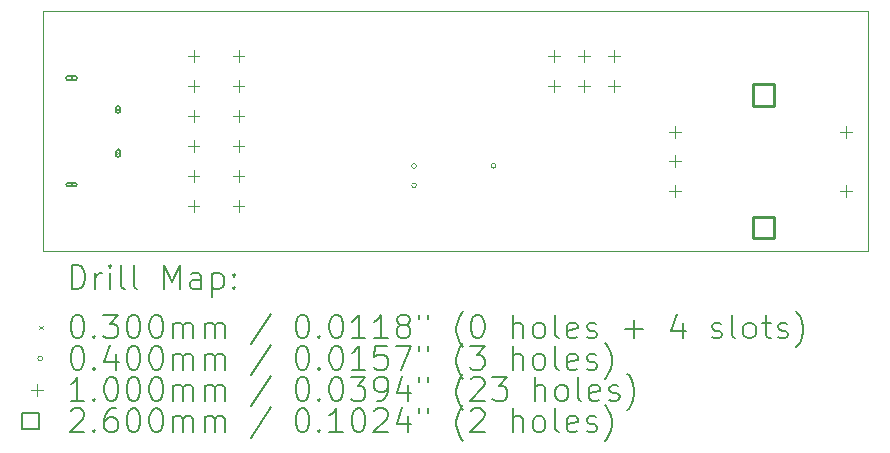
<source format=gbr>
%TF.GenerationSoftware,KiCad,Pcbnew,7.0.2-1.fc38*%
%TF.CreationDate,2023-06-01T20:37:20+02:00*%
%TF.ProjectId,laserhead-distance-sensor,6c617365-7268-4656-9164-2d6469737461,v1.0*%
%TF.SameCoordinates,Original*%
%TF.FileFunction,Drillmap*%
%TF.FilePolarity,Positive*%
%FSLAX45Y45*%
G04 Gerber Fmt 4.5, Leading zero omitted, Abs format (unit mm)*
G04 Created by KiCad (PCBNEW 7.0.2-1.fc38) date 2023-06-01 20:37:20*
%MOMM*%
%LPD*%
G01*
G04 APERTURE LIST*
%ADD10C,0.100000*%
%ADD11C,0.200000*%
%ADD12C,0.030000*%
%ADD13C,0.040000*%
%ADD14C,0.260000*%
G04 APERTURE END LIST*
D10*
X19558000Y-13970000D02*
X19558000Y-11938000D01*
X26543000Y-13970000D02*
X19558000Y-13970000D01*
X26543000Y-11938000D02*
X26543000Y-13970000D01*
X19558000Y-11938000D02*
X26543000Y-11938000D01*
D11*
D12*
X19783000Y-12489000D02*
X19813000Y-12519000D01*
X19813000Y-12489000D02*
X19783000Y-12519000D01*
D11*
X19763000Y-12519000D02*
X19833000Y-12519000D01*
X19833000Y-12519000D02*
G75*
G03*
X19833000Y-12489000I0J15000D01*
G01*
X19833000Y-12489000D02*
X19763000Y-12489000D01*
X19763000Y-12489000D02*
G75*
G03*
X19763000Y-12519000I0J-15000D01*
G01*
D12*
X19783000Y-13389000D02*
X19813000Y-13419000D01*
X19813000Y-13389000D02*
X19783000Y-13419000D01*
D11*
X19763000Y-13419000D02*
X19833000Y-13419000D01*
X19833000Y-13419000D02*
G75*
G03*
X19833000Y-13389000I0J15000D01*
G01*
X19833000Y-13389000D02*
X19763000Y-13389000D01*
X19763000Y-13389000D02*
G75*
G03*
X19763000Y-13419000I0J-15000D01*
G01*
D12*
X20178000Y-12754000D02*
X20208000Y-12784000D01*
X20208000Y-12754000D02*
X20178000Y-12784000D01*
D11*
X20208000Y-12789000D02*
X20208000Y-12749000D01*
X20208000Y-12749000D02*
G75*
G03*
X20178000Y-12749000I-15000J0D01*
G01*
X20178000Y-12749000D02*
X20178000Y-12789000D01*
X20178000Y-12789000D02*
G75*
G03*
X20208000Y-12789000I15000J0D01*
G01*
D12*
X20178000Y-13124000D02*
X20208000Y-13154000D01*
X20208000Y-13124000D02*
X20178000Y-13154000D01*
D11*
X20208000Y-13159000D02*
X20208000Y-13119000D01*
X20208000Y-13119000D02*
G75*
G03*
X20178000Y-13119000I-15000J0D01*
G01*
X20178000Y-13119000D02*
X20178000Y-13159000D01*
X20178000Y-13159000D02*
G75*
G03*
X20208000Y-13159000I15000J0D01*
G01*
D13*
X22718150Y-13246100D02*
G75*
G03*
X22718150Y-13246100I-20000J0D01*
G01*
X22718150Y-13411200D02*
G75*
G03*
X22718150Y-13411200I-20000J0D01*
G01*
X23391250Y-13246100D02*
G75*
G03*
X23391250Y-13246100I-20000J0D01*
G01*
D10*
X20831250Y-12268500D02*
X20831250Y-12368500D01*
X20781250Y-12318500D02*
X20881250Y-12318500D01*
X20831250Y-12522500D02*
X20831250Y-12622500D01*
X20781250Y-12572500D02*
X20881250Y-12572500D01*
X20831250Y-12777000D02*
X20831250Y-12877000D01*
X20781250Y-12827000D02*
X20881250Y-12827000D01*
X20831250Y-13031000D02*
X20831250Y-13131000D01*
X20781250Y-13081000D02*
X20881250Y-13081000D01*
X20831250Y-13285000D02*
X20831250Y-13385000D01*
X20781250Y-13335000D02*
X20881250Y-13335000D01*
X20831250Y-13539000D02*
X20831250Y-13639000D01*
X20781250Y-13589000D02*
X20881250Y-13589000D01*
X21212250Y-12269000D02*
X21212250Y-12369000D01*
X21162250Y-12319000D02*
X21262250Y-12319000D01*
X21212250Y-12523000D02*
X21212250Y-12623000D01*
X21162250Y-12573000D02*
X21262250Y-12573000D01*
X21212250Y-12777000D02*
X21212250Y-12877000D01*
X21162250Y-12827000D02*
X21262250Y-12827000D01*
X21212250Y-13031000D02*
X21212250Y-13131000D01*
X21162250Y-13081000D02*
X21262250Y-13081000D01*
X21212250Y-13285000D02*
X21212250Y-13385000D01*
X21162250Y-13335000D02*
X21262250Y-13335000D01*
X21212250Y-13539000D02*
X21212250Y-13639000D01*
X21162250Y-13589000D02*
X21262250Y-13589000D01*
X23880750Y-12268500D02*
X23880750Y-12368500D01*
X23830750Y-12318500D02*
X23930750Y-12318500D01*
X23880750Y-12522500D02*
X23880750Y-12622500D01*
X23830750Y-12572500D02*
X23930750Y-12572500D01*
X24134750Y-12268500D02*
X24134750Y-12368500D01*
X24084750Y-12318500D02*
X24184750Y-12318500D01*
X24134750Y-12522500D02*
X24134750Y-12622500D01*
X24084750Y-12572500D02*
X24184750Y-12572500D01*
X24388750Y-12268500D02*
X24388750Y-12368500D01*
X24338750Y-12318500D02*
X24438750Y-12318500D01*
X24388750Y-12522500D02*
X24388750Y-12622500D01*
X24338750Y-12572500D02*
X24438750Y-12572500D01*
X24906850Y-12908000D02*
X24906850Y-13008000D01*
X24856850Y-12958000D02*
X24956850Y-12958000D01*
X24906850Y-13158000D02*
X24906850Y-13258000D01*
X24856850Y-13208000D02*
X24956850Y-13208000D01*
X24906850Y-13408000D02*
X24906850Y-13508000D01*
X24856850Y-13458000D02*
X24956850Y-13458000D01*
X26356850Y-12908000D02*
X26356850Y-13008000D01*
X26306850Y-12958000D02*
X26406850Y-12958000D01*
X26356850Y-13408000D02*
X26356850Y-13508000D01*
X26306850Y-13458000D02*
X26406850Y-13458000D01*
D14*
X25748775Y-12739925D02*
X25748775Y-12556075D01*
X25564925Y-12556075D01*
X25564925Y-12739925D01*
X25748775Y-12739925D01*
X25748775Y-13859925D02*
X25748775Y-13676075D01*
X25564925Y-13676075D01*
X25564925Y-13859925D01*
X25748775Y-13859925D01*
D11*
X19800619Y-14287524D02*
X19800619Y-14087524D01*
X19800619Y-14087524D02*
X19848238Y-14087524D01*
X19848238Y-14087524D02*
X19876810Y-14097048D01*
X19876810Y-14097048D02*
X19895857Y-14116095D01*
X19895857Y-14116095D02*
X19905381Y-14135143D01*
X19905381Y-14135143D02*
X19914905Y-14173238D01*
X19914905Y-14173238D02*
X19914905Y-14201809D01*
X19914905Y-14201809D02*
X19905381Y-14239905D01*
X19905381Y-14239905D02*
X19895857Y-14258952D01*
X19895857Y-14258952D02*
X19876810Y-14278000D01*
X19876810Y-14278000D02*
X19848238Y-14287524D01*
X19848238Y-14287524D02*
X19800619Y-14287524D01*
X20000619Y-14287524D02*
X20000619Y-14154190D01*
X20000619Y-14192286D02*
X20010143Y-14173238D01*
X20010143Y-14173238D02*
X20019667Y-14163714D01*
X20019667Y-14163714D02*
X20038714Y-14154190D01*
X20038714Y-14154190D02*
X20057762Y-14154190D01*
X20124429Y-14287524D02*
X20124429Y-14154190D01*
X20124429Y-14087524D02*
X20114905Y-14097048D01*
X20114905Y-14097048D02*
X20124429Y-14106571D01*
X20124429Y-14106571D02*
X20133952Y-14097048D01*
X20133952Y-14097048D02*
X20124429Y-14087524D01*
X20124429Y-14087524D02*
X20124429Y-14106571D01*
X20248238Y-14287524D02*
X20229190Y-14278000D01*
X20229190Y-14278000D02*
X20219667Y-14258952D01*
X20219667Y-14258952D02*
X20219667Y-14087524D01*
X20353000Y-14287524D02*
X20333952Y-14278000D01*
X20333952Y-14278000D02*
X20324429Y-14258952D01*
X20324429Y-14258952D02*
X20324429Y-14087524D01*
X20581571Y-14287524D02*
X20581571Y-14087524D01*
X20581571Y-14087524D02*
X20648238Y-14230381D01*
X20648238Y-14230381D02*
X20714905Y-14087524D01*
X20714905Y-14087524D02*
X20714905Y-14287524D01*
X20895857Y-14287524D02*
X20895857Y-14182762D01*
X20895857Y-14182762D02*
X20886333Y-14163714D01*
X20886333Y-14163714D02*
X20867286Y-14154190D01*
X20867286Y-14154190D02*
X20829190Y-14154190D01*
X20829190Y-14154190D02*
X20810143Y-14163714D01*
X20895857Y-14278000D02*
X20876810Y-14287524D01*
X20876810Y-14287524D02*
X20829190Y-14287524D01*
X20829190Y-14287524D02*
X20810143Y-14278000D01*
X20810143Y-14278000D02*
X20800619Y-14258952D01*
X20800619Y-14258952D02*
X20800619Y-14239905D01*
X20800619Y-14239905D02*
X20810143Y-14220857D01*
X20810143Y-14220857D02*
X20829190Y-14211333D01*
X20829190Y-14211333D02*
X20876810Y-14211333D01*
X20876810Y-14211333D02*
X20895857Y-14201809D01*
X20991095Y-14154190D02*
X20991095Y-14354190D01*
X20991095Y-14163714D02*
X21010143Y-14154190D01*
X21010143Y-14154190D02*
X21048238Y-14154190D01*
X21048238Y-14154190D02*
X21067286Y-14163714D01*
X21067286Y-14163714D02*
X21076810Y-14173238D01*
X21076810Y-14173238D02*
X21086333Y-14192286D01*
X21086333Y-14192286D02*
X21086333Y-14249428D01*
X21086333Y-14249428D02*
X21076810Y-14268476D01*
X21076810Y-14268476D02*
X21067286Y-14278000D01*
X21067286Y-14278000D02*
X21048238Y-14287524D01*
X21048238Y-14287524D02*
X21010143Y-14287524D01*
X21010143Y-14287524D02*
X20991095Y-14278000D01*
X21172048Y-14268476D02*
X21181571Y-14278000D01*
X21181571Y-14278000D02*
X21172048Y-14287524D01*
X21172048Y-14287524D02*
X21162524Y-14278000D01*
X21162524Y-14278000D02*
X21172048Y-14268476D01*
X21172048Y-14268476D02*
X21172048Y-14287524D01*
X21172048Y-14163714D02*
X21181571Y-14173238D01*
X21181571Y-14173238D02*
X21172048Y-14182762D01*
X21172048Y-14182762D02*
X21162524Y-14173238D01*
X21162524Y-14173238D02*
X21172048Y-14163714D01*
X21172048Y-14163714D02*
X21172048Y-14182762D01*
D12*
X19523000Y-14600000D02*
X19553000Y-14630000D01*
X19553000Y-14600000D02*
X19523000Y-14630000D01*
D11*
X19838714Y-14507524D02*
X19857762Y-14507524D01*
X19857762Y-14507524D02*
X19876810Y-14517048D01*
X19876810Y-14517048D02*
X19886333Y-14526571D01*
X19886333Y-14526571D02*
X19895857Y-14545619D01*
X19895857Y-14545619D02*
X19905381Y-14583714D01*
X19905381Y-14583714D02*
X19905381Y-14631333D01*
X19905381Y-14631333D02*
X19895857Y-14669428D01*
X19895857Y-14669428D02*
X19886333Y-14688476D01*
X19886333Y-14688476D02*
X19876810Y-14698000D01*
X19876810Y-14698000D02*
X19857762Y-14707524D01*
X19857762Y-14707524D02*
X19838714Y-14707524D01*
X19838714Y-14707524D02*
X19819667Y-14698000D01*
X19819667Y-14698000D02*
X19810143Y-14688476D01*
X19810143Y-14688476D02*
X19800619Y-14669428D01*
X19800619Y-14669428D02*
X19791095Y-14631333D01*
X19791095Y-14631333D02*
X19791095Y-14583714D01*
X19791095Y-14583714D02*
X19800619Y-14545619D01*
X19800619Y-14545619D02*
X19810143Y-14526571D01*
X19810143Y-14526571D02*
X19819667Y-14517048D01*
X19819667Y-14517048D02*
X19838714Y-14507524D01*
X19991095Y-14688476D02*
X20000619Y-14698000D01*
X20000619Y-14698000D02*
X19991095Y-14707524D01*
X19991095Y-14707524D02*
X19981571Y-14698000D01*
X19981571Y-14698000D02*
X19991095Y-14688476D01*
X19991095Y-14688476D02*
X19991095Y-14707524D01*
X20067286Y-14507524D02*
X20191095Y-14507524D01*
X20191095Y-14507524D02*
X20124429Y-14583714D01*
X20124429Y-14583714D02*
X20153000Y-14583714D01*
X20153000Y-14583714D02*
X20172048Y-14593238D01*
X20172048Y-14593238D02*
X20181571Y-14602762D01*
X20181571Y-14602762D02*
X20191095Y-14621809D01*
X20191095Y-14621809D02*
X20191095Y-14669428D01*
X20191095Y-14669428D02*
X20181571Y-14688476D01*
X20181571Y-14688476D02*
X20172048Y-14698000D01*
X20172048Y-14698000D02*
X20153000Y-14707524D01*
X20153000Y-14707524D02*
X20095857Y-14707524D01*
X20095857Y-14707524D02*
X20076810Y-14698000D01*
X20076810Y-14698000D02*
X20067286Y-14688476D01*
X20314905Y-14507524D02*
X20333952Y-14507524D01*
X20333952Y-14507524D02*
X20353000Y-14517048D01*
X20353000Y-14517048D02*
X20362524Y-14526571D01*
X20362524Y-14526571D02*
X20372048Y-14545619D01*
X20372048Y-14545619D02*
X20381571Y-14583714D01*
X20381571Y-14583714D02*
X20381571Y-14631333D01*
X20381571Y-14631333D02*
X20372048Y-14669428D01*
X20372048Y-14669428D02*
X20362524Y-14688476D01*
X20362524Y-14688476D02*
X20353000Y-14698000D01*
X20353000Y-14698000D02*
X20333952Y-14707524D01*
X20333952Y-14707524D02*
X20314905Y-14707524D01*
X20314905Y-14707524D02*
X20295857Y-14698000D01*
X20295857Y-14698000D02*
X20286333Y-14688476D01*
X20286333Y-14688476D02*
X20276810Y-14669428D01*
X20276810Y-14669428D02*
X20267286Y-14631333D01*
X20267286Y-14631333D02*
X20267286Y-14583714D01*
X20267286Y-14583714D02*
X20276810Y-14545619D01*
X20276810Y-14545619D02*
X20286333Y-14526571D01*
X20286333Y-14526571D02*
X20295857Y-14517048D01*
X20295857Y-14517048D02*
X20314905Y-14507524D01*
X20505381Y-14507524D02*
X20524429Y-14507524D01*
X20524429Y-14507524D02*
X20543476Y-14517048D01*
X20543476Y-14517048D02*
X20553000Y-14526571D01*
X20553000Y-14526571D02*
X20562524Y-14545619D01*
X20562524Y-14545619D02*
X20572048Y-14583714D01*
X20572048Y-14583714D02*
X20572048Y-14631333D01*
X20572048Y-14631333D02*
X20562524Y-14669428D01*
X20562524Y-14669428D02*
X20553000Y-14688476D01*
X20553000Y-14688476D02*
X20543476Y-14698000D01*
X20543476Y-14698000D02*
X20524429Y-14707524D01*
X20524429Y-14707524D02*
X20505381Y-14707524D01*
X20505381Y-14707524D02*
X20486333Y-14698000D01*
X20486333Y-14698000D02*
X20476810Y-14688476D01*
X20476810Y-14688476D02*
X20467286Y-14669428D01*
X20467286Y-14669428D02*
X20457762Y-14631333D01*
X20457762Y-14631333D02*
X20457762Y-14583714D01*
X20457762Y-14583714D02*
X20467286Y-14545619D01*
X20467286Y-14545619D02*
X20476810Y-14526571D01*
X20476810Y-14526571D02*
X20486333Y-14517048D01*
X20486333Y-14517048D02*
X20505381Y-14507524D01*
X20657762Y-14707524D02*
X20657762Y-14574190D01*
X20657762Y-14593238D02*
X20667286Y-14583714D01*
X20667286Y-14583714D02*
X20686333Y-14574190D01*
X20686333Y-14574190D02*
X20714905Y-14574190D01*
X20714905Y-14574190D02*
X20733952Y-14583714D01*
X20733952Y-14583714D02*
X20743476Y-14602762D01*
X20743476Y-14602762D02*
X20743476Y-14707524D01*
X20743476Y-14602762D02*
X20753000Y-14583714D01*
X20753000Y-14583714D02*
X20772048Y-14574190D01*
X20772048Y-14574190D02*
X20800619Y-14574190D01*
X20800619Y-14574190D02*
X20819667Y-14583714D01*
X20819667Y-14583714D02*
X20829191Y-14602762D01*
X20829191Y-14602762D02*
X20829191Y-14707524D01*
X20924429Y-14707524D02*
X20924429Y-14574190D01*
X20924429Y-14593238D02*
X20933952Y-14583714D01*
X20933952Y-14583714D02*
X20953000Y-14574190D01*
X20953000Y-14574190D02*
X20981572Y-14574190D01*
X20981572Y-14574190D02*
X21000619Y-14583714D01*
X21000619Y-14583714D02*
X21010143Y-14602762D01*
X21010143Y-14602762D02*
X21010143Y-14707524D01*
X21010143Y-14602762D02*
X21019667Y-14583714D01*
X21019667Y-14583714D02*
X21038714Y-14574190D01*
X21038714Y-14574190D02*
X21067286Y-14574190D01*
X21067286Y-14574190D02*
X21086333Y-14583714D01*
X21086333Y-14583714D02*
X21095857Y-14602762D01*
X21095857Y-14602762D02*
X21095857Y-14707524D01*
X21486333Y-14498000D02*
X21314905Y-14755143D01*
X21743476Y-14507524D02*
X21762524Y-14507524D01*
X21762524Y-14507524D02*
X21781572Y-14517048D01*
X21781572Y-14517048D02*
X21791095Y-14526571D01*
X21791095Y-14526571D02*
X21800619Y-14545619D01*
X21800619Y-14545619D02*
X21810143Y-14583714D01*
X21810143Y-14583714D02*
X21810143Y-14631333D01*
X21810143Y-14631333D02*
X21800619Y-14669428D01*
X21800619Y-14669428D02*
X21791095Y-14688476D01*
X21791095Y-14688476D02*
X21781572Y-14698000D01*
X21781572Y-14698000D02*
X21762524Y-14707524D01*
X21762524Y-14707524D02*
X21743476Y-14707524D01*
X21743476Y-14707524D02*
X21724429Y-14698000D01*
X21724429Y-14698000D02*
X21714905Y-14688476D01*
X21714905Y-14688476D02*
X21705381Y-14669428D01*
X21705381Y-14669428D02*
X21695857Y-14631333D01*
X21695857Y-14631333D02*
X21695857Y-14583714D01*
X21695857Y-14583714D02*
X21705381Y-14545619D01*
X21705381Y-14545619D02*
X21714905Y-14526571D01*
X21714905Y-14526571D02*
X21724429Y-14517048D01*
X21724429Y-14517048D02*
X21743476Y-14507524D01*
X21895857Y-14688476D02*
X21905381Y-14698000D01*
X21905381Y-14698000D02*
X21895857Y-14707524D01*
X21895857Y-14707524D02*
X21886334Y-14698000D01*
X21886334Y-14698000D02*
X21895857Y-14688476D01*
X21895857Y-14688476D02*
X21895857Y-14707524D01*
X22029191Y-14507524D02*
X22048238Y-14507524D01*
X22048238Y-14507524D02*
X22067286Y-14517048D01*
X22067286Y-14517048D02*
X22076810Y-14526571D01*
X22076810Y-14526571D02*
X22086334Y-14545619D01*
X22086334Y-14545619D02*
X22095857Y-14583714D01*
X22095857Y-14583714D02*
X22095857Y-14631333D01*
X22095857Y-14631333D02*
X22086334Y-14669428D01*
X22086334Y-14669428D02*
X22076810Y-14688476D01*
X22076810Y-14688476D02*
X22067286Y-14698000D01*
X22067286Y-14698000D02*
X22048238Y-14707524D01*
X22048238Y-14707524D02*
X22029191Y-14707524D01*
X22029191Y-14707524D02*
X22010143Y-14698000D01*
X22010143Y-14698000D02*
X22000619Y-14688476D01*
X22000619Y-14688476D02*
X21991095Y-14669428D01*
X21991095Y-14669428D02*
X21981572Y-14631333D01*
X21981572Y-14631333D02*
X21981572Y-14583714D01*
X21981572Y-14583714D02*
X21991095Y-14545619D01*
X21991095Y-14545619D02*
X22000619Y-14526571D01*
X22000619Y-14526571D02*
X22010143Y-14517048D01*
X22010143Y-14517048D02*
X22029191Y-14507524D01*
X22286334Y-14707524D02*
X22172048Y-14707524D01*
X22229191Y-14707524D02*
X22229191Y-14507524D01*
X22229191Y-14507524D02*
X22210143Y-14536095D01*
X22210143Y-14536095D02*
X22191095Y-14555143D01*
X22191095Y-14555143D02*
X22172048Y-14564667D01*
X22476810Y-14707524D02*
X22362524Y-14707524D01*
X22419667Y-14707524D02*
X22419667Y-14507524D01*
X22419667Y-14507524D02*
X22400619Y-14536095D01*
X22400619Y-14536095D02*
X22381572Y-14555143D01*
X22381572Y-14555143D02*
X22362524Y-14564667D01*
X22591095Y-14593238D02*
X22572048Y-14583714D01*
X22572048Y-14583714D02*
X22562524Y-14574190D01*
X22562524Y-14574190D02*
X22553000Y-14555143D01*
X22553000Y-14555143D02*
X22553000Y-14545619D01*
X22553000Y-14545619D02*
X22562524Y-14526571D01*
X22562524Y-14526571D02*
X22572048Y-14517048D01*
X22572048Y-14517048D02*
X22591095Y-14507524D01*
X22591095Y-14507524D02*
X22629191Y-14507524D01*
X22629191Y-14507524D02*
X22648238Y-14517048D01*
X22648238Y-14517048D02*
X22657762Y-14526571D01*
X22657762Y-14526571D02*
X22667286Y-14545619D01*
X22667286Y-14545619D02*
X22667286Y-14555143D01*
X22667286Y-14555143D02*
X22657762Y-14574190D01*
X22657762Y-14574190D02*
X22648238Y-14583714D01*
X22648238Y-14583714D02*
X22629191Y-14593238D01*
X22629191Y-14593238D02*
X22591095Y-14593238D01*
X22591095Y-14593238D02*
X22572048Y-14602762D01*
X22572048Y-14602762D02*
X22562524Y-14612286D01*
X22562524Y-14612286D02*
X22553000Y-14631333D01*
X22553000Y-14631333D02*
X22553000Y-14669428D01*
X22553000Y-14669428D02*
X22562524Y-14688476D01*
X22562524Y-14688476D02*
X22572048Y-14698000D01*
X22572048Y-14698000D02*
X22591095Y-14707524D01*
X22591095Y-14707524D02*
X22629191Y-14707524D01*
X22629191Y-14707524D02*
X22648238Y-14698000D01*
X22648238Y-14698000D02*
X22657762Y-14688476D01*
X22657762Y-14688476D02*
X22667286Y-14669428D01*
X22667286Y-14669428D02*
X22667286Y-14631333D01*
X22667286Y-14631333D02*
X22657762Y-14612286D01*
X22657762Y-14612286D02*
X22648238Y-14602762D01*
X22648238Y-14602762D02*
X22629191Y-14593238D01*
X22743476Y-14507524D02*
X22743476Y-14545619D01*
X22819667Y-14507524D02*
X22819667Y-14545619D01*
X23114905Y-14783714D02*
X23105381Y-14774190D01*
X23105381Y-14774190D02*
X23086334Y-14745619D01*
X23086334Y-14745619D02*
X23076810Y-14726571D01*
X23076810Y-14726571D02*
X23067286Y-14698000D01*
X23067286Y-14698000D02*
X23057762Y-14650381D01*
X23057762Y-14650381D02*
X23057762Y-14612286D01*
X23057762Y-14612286D02*
X23067286Y-14564667D01*
X23067286Y-14564667D02*
X23076810Y-14536095D01*
X23076810Y-14536095D02*
X23086334Y-14517048D01*
X23086334Y-14517048D02*
X23105381Y-14488476D01*
X23105381Y-14488476D02*
X23114905Y-14478952D01*
X23229191Y-14507524D02*
X23248238Y-14507524D01*
X23248238Y-14507524D02*
X23267286Y-14517048D01*
X23267286Y-14517048D02*
X23276810Y-14526571D01*
X23276810Y-14526571D02*
X23286334Y-14545619D01*
X23286334Y-14545619D02*
X23295857Y-14583714D01*
X23295857Y-14583714D02*
X23295857Y-14631333D01*
X23295857Y-14631333D02*
X23286334Y-14669428D01*
X23286334Y-14669428D02*
X23276810Y-14688476D01*
X23276810Y-14688476D02*
X23267286Y-14698000D01*
X23267286Y-14698000D02*
X23248238Y-14707524D01*
X23248238Y-14707524D02*
X23229191Y-14707524D01*
X23229191Y-14707524D02*
X23210143Y-14698000D01*
X23210143Y-14698000D02*
X23200619Y-14688476D01*
X23200619Y-14688476D02*
X23191095Y-14669428D01*
X23191095Y-14669428D02*
X23181572Y-14631333D01*
X23181572Y-14631333D02*
X23181572Y-14583714D01*
X23181572Y-14583714D02*
X23191095Y-14545619D01*
X23191095Y-14545619D02*
X23200619Y-14526571D01*
X23200619Y-14526571D02*
X23210143Y-14517048D01*
X23210143Y-14517048D02*
X23229191Y-14507524D01*
X23533953Y-14707524D02*
X23533953Y-14507524D01*
X23619667Y-14707524D02*
X23619667Y-14602762D01*
X23619667Y-14602762D02*
X23610143Y-14583714D01*
X23610143Y-14583714D02*
X23591096Y-14574190D01*
X23591096Y-14574190D02*
X23562524Y-14574190D01*
X23562524Y-14574190D02*
X23543476Y-14583714D01*
X23543476Y-14583714D02*
X23533953Y-14593238D01*
X23743476Y-14707524D02*
X23724429Y-14698000D01*
X23724429Y-14698000D02*
X23714905Y-14688476D01*
X23714905Y-14688476D02*
X23705381Y-14669428D01*
X23705381Y-14669428D02*
X23705381Y-14612286D01*
X23705381Y-14612286D02*
X23714905Y-14593238D01*
X23714905Y-14593238D02*
X23724429Y-14583714D01*
X23724429Y-14583714D02*
X23743476Y-14574190D01*
X23743476Y-14574190D02*
X23772048Y-14574190D01*
X23772048Y-14574190D02*
X23791096Y-14583714D01*
X23791096Y-14583714D02*
X23800619Y-14593238D01*
X23800619Y-14593238D02*
X23810143Y-14612286D01*
X23810143Y-14612286D02*
X23810143Y-14669428D01*
X23810143Y-14669428D02*
X23800619Y-14688476D01*
X23800619Y-14688476D02*
X23791096Y-14698000D01*
X23791096Y-14698000D02*
X23772048Y-14707524D01*
X23772048Y-14707524D02*
X23743476Y-14707524D01*
X23924429Y-14707524D02*
X23905381Y-14698000D01*
X23905381Y-14698000D02*
X23895857Y-14678952D01*
X23895857Y-14678952D02*
X23895857Y-14507524D01*
X24076810Y-14698000D02*
X24057762Y-14707524D01*
X24057762Y-14707524D02*
X24019667Y-14707524D01*
X24019667Y-14707524D02*
X24000619Y-14698000D01*
X24000619Y-14698000D02*
X23991096Y-14678952D01*
X23991096Y-14678952D02*
X23991096Y-14602762D01*
X23991096Y-14602762D02*
X24000619Y-14583714D01*
X24000619Y-14583714D02*
X24019667Y-14574190D01*
X24019667Y-14574190D02*
X24057762Y-14574190D01*
X24057762Y-14574190D02*
X24076810Y-14583714D01*
X24076810Y-14583714D02*
X24086334Y-14602762D01*
X24086334Y-14602762D02*
X24086334Y-14621809D01*
X24086334Y-14621809D02*
X23991096Y-14640857D01*
X24162524Y-14698000D02*
X24181572Y-14707524D01*
X24181572Y-14707524D02*
X24219667Y-14707524D01*
X24219667Y-14707524D02*
X24238715Y-14698000D01*
X24238715Y-14698000D02*
X24248238Y-14678952D01*
X24248238Y-14678952D02*
X24248238Y-14669428D01*
X24248238Y-14669428D02*
X24238715Y-14650381D01*
X24238715Y-14650381D02*
X24219667Y-14640857D01*
X24219667Y-14640857D02*
X24191096Y-14640857D01*
X24191096Y-14640857D02*
X24172048Y-14631333D01*
X24172048Y-14631333D02*
X24162524Y-14612286D01*
X24162524Y-14612286D02*
X24162524Y-14602762D01*
X24162524Y-14602762D02*
X24172048Y-14583714D01*
X24172048Y-14583714D02*
X24191096Y-14574190D01*
X24191096Y-14574190D02*
X24219667Y-14574190D01*
X24219667Y-14574190D02*
X24238715Y-14583714D01*
X24486334Y-14631333D02*
X24638715Y-14631333D01*
X24562524Y-14707524D02*
X24562524Y-14555143D01*
X24972048Y-14574190D02*
X24972048Y-14707524D01*
X24924429Y-14498000D02*
X24876810Y-14640857D01*
X24876810Y-14640857D02*
X25000619Y-14640857D01*
X25219667Y-14698000D02*
X25238715Y-14707524D01*
X25238715Y-14707524D02*
X25276810Y-14707524D01*
X25276810Y-14707524D02*
X25295858Y-14698000D01*
X25295858Y-14698000D02*
X25305381Y-14678952D01*
X25305381Y-14678952D02*
X25305381Y-14669428D01*
X25305381Y-14669428D02*
X25295858Y-14650381D01*
X25295858Y-14650381D02*
X25276810Y-14640857D01*
X25276810Y-14640857D02*
X25248239Y-14640857D01*
X25248239Y-14640857D02*
X25229191Y-14631333D01*
X25229191Y-14631333D02*
X25219667Y-14612286D01*
X25219667Y-14612286D02*
X25219667Y-14602762D01*
X25219667Y-14602762D02*
X25229191Y-14583714D01*
X25229191Y-14583714D02*
X25248239Y-14574190D01*
X25248239Y-14574190D02*
X25276810Y-14574190D01*
X25276810Y-14574190D02*
X25295858Y-14583714D01*
X25419667Y-14707524D02*
X25400620Y-14698000D01*
X25400620Y-14698000D02*
X25391096Y-14678952D01*
X25391096Y-14678952D02*
X25391096Y-14507524D01*
X25524429Y-14707524D02*
X25505381Y-14698000D01*
X25505381Y-14698000D02*
X25495858Y-14688476D01*
X25495858Y-14688476D02*
X25486334Y-14669428D01*
X25486334Y-14669428D02*
X25486334Y-14612286D01*
X25486334Y-14612286D02*
X25495858Y-14593238D01*
X25495858Y-14593238D02*
X25505381Y-14583714D01*
X25505381Y-14583714D02*
X25524429Y-14574190D01*
X25524429Y-14574190D02*
X25553001Y-14574190D01*
X25553001Y-14574190D02*
X25572048Y-14583714D01*
X25572048Y-14583714D02*
X25581572Y-14593238D01*
X25581572Y-14593238D02*
X25591096Y-14612286D01*
X25591096Y-14612286D02*
X25591096Y-14669428D01*
X25591096Y-14669428D02*
X25581572Y-14688476D01*
X25581572Y-14688476D02*
X25572048Y-14698000D01*
X25572048Y-14698000D02*
X25553001Y-14707524D01*
X25553001Y-14707524D02*
X25524429Y-14707524D01*
X25648239Y-14574190D02*
X25724429Y-14574190D01*
X25676810Y-14507524D02*
X25676810Y-14678952D01*
X25676810Y-14678952D02*
X25686334Y-14698000D01*
X25686334Y-14698000D02*
X25705381Y-14707524D01*
X25705381Y-14707524D02*
X25724429Y-14707524D01*
X25781572Y-14698000D02*
X25800620Y-14707524D01*
X25800620Y-14707524D02*
X25838715Y-14707524D01*
X25838715Y-14707524D02*
X25857762Y-14698000D01*
X25857762Y-14698000D02*
X25867286Y-14678952D01*
X25867286Y-14678952D02*
X25867286Y-14669428D01*
X25867286Y-14669428D02*
X25857762Y-14650381D01*
X25857762Y-14650381D02*
X25838715Y-14640857D01*
X25838715Y-14640857D02*
X25810143Y-14640857D01*
X25810143Y-14640857D02*
X25791096Y-14631333D01*
X25791096Y-14631333D02*
X25781572Y-14612286D01*
X25781572Y-14612286D02*
X25781572Y-14602762D01*
X25781572Y-14602762D02*
X25791096Y-14583714D01*
X25791096Y-14583714D02*
X25810143Y-14574190D01*
X25810143Y-14574190D02*
X25838715Y-14574190D01*
X25838715Y-14574190D02*
X25857762Y-14583714D01*
X25933953Y-14783714D02*
X25943477Y-14774190D01*
X25943477Y-14774190D02*
X25962524Y-14745619D01*
X25962524Y-14745619D02*
X25972048Y-14726571D01*
X25972048Y-14726571D02*
X25981572Y-14698000D01*
X25981572Y-14698000D02*
X25991096Y-14650381D01*
X25991096Y-14650381D02*
X25991096Y-14612286D01*
X25991096Y-14612286D02*
X25981572Y-14564667D01*
X25981572Y-14564667D02*
X25972048Y-14536095D01*
X25972048Y-14536095D02*
X25962524Y-14517048D01*
X25962524Y-14517048D02*
X25943477Y-14488476D01*
X25943477Y-14488476D02*
X25933953Y-14478952D01*
D13*
X19553000Y-14879000D02*
G75*
G03*
X19553000Y-14879000I-20000J0D01*
G01*
D11*
X19838714Y-14771524D02*
X19857762Y-14771524D01*
X19857762Y-14771524D02*
X19876810Y-14781048D01*
X19876810Y-14781048D02*
X19886333Y-14790571D01*
X19886333Y-14790571D02*
X19895857Y-14809619D01*
X19895857Y-14809619D02*
X19905381Y-14847714D01*
X19905381Y-14847714D02*
X19905381Y-14895333D01*
X19905381Y-14895333D02*
X19895857Y-14933428D01*
X19895857Y-14933428D02*
X19886333Y-14952476D01*
X19886333Y-14952476D02*
X19876810Y-14962000D01*
X19876810Y-14962000D02*
X19857762Y-14971524D01*
X19857762Y-14971524D02*
X19838714Y-14971524D01*
X19838714Y-14971524D02*
X19819667Y-14962000D01*
X19819667Y-14962000D02*
X19810143Y-14952476D01*
X19810143Y-14952476D02*
X19800619Y-14933428D01*
X19800619Y-14933428D02*
X19791095Y-14895333D01*
X19791095Y-14895333D02*
X19791095Y-14847714D01*
X19791095Y-14847714D02*
X19800619Y-14809619D01*
X19800619Y-14809619D02*
X19810143Y-14790571D01*
X19810143Y-14790571D02*
X19819667Y-14781048D01*
X19819667Y-14781048D02*
X19838714Y-14771524D01*
X19991095Y-14952476D02*
X20000619Y-14962000D01*
X20000619Y-14962000D02*
X19991095Y-14971524D01*
X19991095Y-14971524D02*
X19981571Y-14962000D01*
X19981571Y-14962000D02*
X19991095Y-14952476D01*
X19991095Y-14952476D02*
X19991095Y-14971524D01*
X20172048Y-14838190D02*
X20172048Y-14971524D01*
X20124429Y-14762000D02*
X20076810Y-14904857D01*
X20076810Y-14904857D02*
X20200619Y-14904857D01*
X20314905Y-14771524D02*
X20333952Y-14771524D01*
X20333952Y-14771524D02*
X20353000Y-14781048D01*
X20353000Y-14781048D02*
X20362524Y-14790571D01*
X20362524Y-14790571D02*
X20372048Y-14809619D01*
X20372048Y-14809619D02*
X20381571Y-14847714D01*
X20381571Y-14847714D02*
X20381571Y-14895333D01*
X20381571Y-14895333D02*
X20372048Y-14933428D01*
X20372048Y-14933428D02*
X20362524Y-14952476D01*
X20362524Y-14952476D02*
X20353000Y-14962000D01*
X20353000Y-14962000D02*
X20333952Y-14971524D01*
X20333952Y-14971524D02*
X20314905Y-14971524D01*
X20314905Y-14971524D02*
X20295857Y-14962000D01*
X20295857Y-14962000D02*
X20286333Y-14952476D01*
X20286333Y-14952476D02*
X20276810Y-14933428D01*
X20276810Y-14933428D02*
X20267286Y-14895333D01*
X20267286Y-14895333D02*
X20267286Y-14847714D01*
X20267286Y-14847714D02*
X20276810Y-14809619D01*
X20276810Y-14809619D02*
X20286333Y-14790571D01*
X20286333Y-14790571D02*
X20295857Y-14781048D01*
X20295857Y-14781048D02*
X20314905Y-14771524D01*
X20505381Y-14771524D02*
X20524429Y-14771524D01*
X20524429Y-14771524D02*
X20543476Y-14781048D01*
X20543476Y-14781048D02*
X20553000Y-14790571D01*
X20553000Y-14790571D02*
X20562524Y-14809619D01*
X20562524Y-14809619D02*
X20572048Y-14847714D01*
X20572048Y-14847714D02*
X20572048Y-14895333D01*
X20572048Y-14895333D02*
X20562524Y-14933428D01*
X20562524Y-14933428D02*
X20553000Y-14952476D01*
X20553000Y-14952476D02*
X20543476Y-14962000D01*
X20543476Y-14962000D02*
X20524429Y-14971524D01*
X20524429Y-14971524D02*
X20505381Y-14971524D01*
X20505381Y-14971524D02*
X20486333Y-14962000D01*
X20486333Y-14962000D02*
X20476810Y-14952476D01*
X20476810Y-14952476D02*
X20467286Y-14933428D01*
X20467286Y-14933428D02*
X20457762Y-14895333D01*
X20457762Y-14895333D02*
X20457762Y-14847714D01*
X20457762Y-14847714D02*
X20467286Y-14809619D01*
X20467286Y-14809619D02*
X20476810Y-14790571D01*
X20476810Y-14790571D02*
X20486333Y-14781048D01*
X20486333Y-14781048D02*
X20505381Y-14771524D01*
X20657762Y-14971524D02*
X20657762Y-14838190D01*
X20657762Y-14857238D02*
X20667286Y-14847714D01*
X20667286Y-14847714D02*
X20686333Y-14838190D01*
X20686333Y-14838190D02*
X20714905Y-14838190D01*
X20714905Y-14838190D02*
X20733952Y-14847714D01*
X20733952Y-14847714D02*
X20743476Y-14866762D01*
X20743476Y-14866762D02*
X20743476Y-14971524D01*
X20743476Y-14866762D02*
X20753000Y-14847714D01*
X20753000Y-14847714D02*
X20772048Y-14838190D01*
X20772048Y-14838190D02*
X20800619Y-14838190D01*
X20800619Y-14838190D02*
X20819667Y-14847714D01*
X20819667Y-14847714D02*
X20829191Y-14866762D01*
X20829191Y-14866762D02*
X20829191Y-14971524D01*
X20924429Y-14971524D02*
X20924429Y-14838190D01*
X20924429Y-14857238D02*
X20933952Y-14847714D01*
X20933952Y-14847714D02*
X20953000Y-14838190D01*
X20953000Y-14838190D02*
X20981572Y-14838190D01*
X20981572Y-14838190D02*
X21000619Y-14847714D01*
X21000619Y-14847714D02*
X21010143Y-14866762D01*
X21010143Y-14866762D02*
X21010143Y-14971524D01*
X21010143Y-14866762D02*
X21019667Y-14847714D01*
X21019667Y-14847714D02*
X21038714Y-14838190D01*
X21038714Y-14838190D02*
X21067286Y-14838190D01*
X21067286Y-14838190D02*
X21086333Y-14847714D01*
X21086333Y-14847714D02*
X21095857Y-14866762D01*
X21095857Y-14866762D02*
X21095857Y-14971524D01*
X21486333Y-14762000D02*
X21314905Y-15019143D01*
X21743476Y-14771524D02*
X21762524Y-14771524D01*
X21762524Y-14771524D02*
X21781572Y-14781048D01*
X21781572Y-14781048D02*
X21791095Y-14790571D01*
X21791095Y-14790571D02*
X21800619Y-14809619D01*
X21800619Y-14809619D02*
X21810143Y-14847714D01*
X21810143Y-14847714D02*
X21810143Y-14895333D01*
X21810143Y-14895333D02*
X21800619Y-14933428D01*
X21800619Y-14933428D02*
X21791095Y-14952476D01*
X21791095Y-14952476D02*
X21781572Y-14962000D01*
X21781572Y-14962000D02*
X21762524Y-14971524D01*
X21762524Y-14971524D02*
X21743476Y-14971524D01*
X21743476Y-14971524D02*
X21724429Y-14962000D01*
X21724429Y-14962000D02*
X21714905Y-14952476D01*
X21714905Y-14952476D02*
X21705381Y-14933428D01*
X21705381Y-14933428D02*
X21695857Y-14895333D01*
X21695857Y-14895333D02*
X21695857Y-14847714D01*
X21695857Y-14847714D02*
X21705381Y-14809619D01*
X21705381Y-14809619D02*
X21714905Y-14790571D01*
X21714905Y-14790571D02*
X21724429Y-14781048D01*
X21724429Y-14781048D02*
X21743476Y-14771524D01*
X21895857Y-14952476D02*
X21905381Y-14962000D01*
X21905381Y-14962000D02*
X21895857Y-14971524D01*
X21895857Y-14971524D02*
X21886334Y-14962000D01*
X21886334Y-14962000D02*
X21895857Y-14952476D01*
X21895857Y-14952476D02*
X21895857Y-14971524D01*
X22029191Y-14771524D02*
X22048238Y-14771524D01*
X22048238Y-14771524D02*
X22067286Y-14781048D01*
X22067286Y-14781048D02*
X22076810Y-14790571D01*
X22076810Y-14790571D02*
X22086334Y-14809619D01*
X22086334Y-14809619D02*
X22095857Y-14847714D01*
X22095857Y-14847714D02*
X22095857Y-14895333D01*
X22095857Y-14895333D02*
X22086334Y-14933428D01*
X22086334Y-14933428D02*
X22076810Y-14952476D01*
X22076810Y-14952476D02*
X22067286Y-14962000D01*
X22067286Y-14962000D02*
X22048238Y-14971524D01*
X22048238Y-14971524D02*
X22029191Y-14971524D01*
X22029191Y-14971524D02*
X22010143Y-14962000D01*
X22010143Y-14962000D02*
X22000619Y-14952476D01*
X22000619Y-14952476D02*
X21991095Y-14933428D01*
X21991095Y-14933428D02*
X21981572Y-14895333D01*
X21981572Y-14895333D02*
X21981572Y-14847714D01*
X21981572Y-14847714D02*
X21991095Y-14809619D01*
X21991095Y-14809619D02*
X22000619Y-14790571D01*
X22000619Y-14790571D02*
X22010143Y-14781048D01*
X22010143Y-14781048D02*
X22029191Y-14771524D01*
X22286334Y-14971524D02*
X22172048Y-14971524D01*
X22229191Y-14971524D02*
X22229191Y-14771524D01*
X22229191Y-14771524D02*
X22210143Y-14800095D01*
X22210143Y-14800095D02*
X22191095Y-14819143D01*
X22191095Y-14819143D02*
X22172048Y-14828667D01*
X22467286Y-14771524D02*
X22372048Y-14771524D01*
X22372048Y-14771524D02*
X22362524Y-14866762D01*
X22362524Y-14866762D02*
X22372048Y-14857238D01*
X22372048Y-14857238D02*
X22391095Y-14847714D01*
X22391095Y-14847714D02*
X22438714Y-14847714D01*
X22438714Y-14847714D02*
X22457762Y-14857238D01*
X22457762Y-14857238D02*
X22467286Y-14866762D01*
X22467286Y-14866762D02*
X22476810Y-14885809D01*
X22476810Y-14885809D02*
X22476810Y-14933428D01*
X22476810Y-14933428D02*
X22467286Y-14952476D01*
X22467286Y-14952476D02*
X22457762Y-14962000D01*
X22457762Y-14962000D02*
X22438714Y-14971524D01*
X22438714Y-14971524D02*
X22391095Y-14971524D01*
X22391095Y-14971524D02*
X22372048Y-14962000D01*
X22372048Y-14962000D02*
X22362524Y-14952476D01*
X22543476Y-14771524D02*
X22676810Y-14771524D01*
X22676810Y-14771524D02*
X22591095Y-14971524D01*
X22743476Y-14771524D02*
X22743476Y-14809619D01*
X22819667Y-14771524D02*
X22819667Y-14809619D01*
X23114905Y-15047714D02*
X23105381Y-15038190D01*
X23105381Y-15038190D02*
X23086334Y-15009619D01*
X23086334Y-15009619D02*
X23076810Y-14990571D01*
X23076810Y-14990571D02*
X23067286Y-14962000D01*
X23067286Y-14962000D02*
X23057762Y-14914381D01*
X23057762Y-14914381D02*
X23057762Y-14876286D01*
X23057762Y-14876286D02*
X23067286Y-14828667D01*
X23067286Y-14828667D02*
X23076810Y-14800095D01*
X23076810Y-14800095D02*
X23086334Y-14781048D01*
X23086334Y-14781048D02*
X23105381Y-14752476D01*
X23105381Y-14752476D02*
X23114905Y-14742952D01*
X23172048Y-14771524D02*
X23295857Y-14771524D01*
X23295857Y-14771524D02*
X23229191Y-14847714D01*
X23229191Y-14847714D02*
X23257762Y-14847714D01*
X23257762Y-14847714D02*
X23276810Y-14857238D01*
X23276810Y-14857238D02*
X23286334Y-14866762D01*
X23286334Y-14866762D02*
X23295857Y-14885809D01*
X23295857Y-14885809D02*
X23295857Y-14933428D01*
X23295857Y-14933428D02*
X23286334Y-14952476D01*
X23286334Y-14952476D02*
X23276810Y-14962000D01*
X23276810Y-14962000D02*
X23257762Y-14971524D01*
X23257762Y-14971524D02*
X23200619Y-14971524D01*
X23200619Y-14971524D02*
X23181572Y-14962000D01*
X23181572Y-14962000D02*
X23172048Y-14952476D01*
X23533953Y-14971524D02*
X23533953Y-14771524D01*
X23619667Y-14971524D02*
X23619667Y-14866762D01*
X23619667Y-14866762D02*
X23610143Y-14847714D01*
X23610143Y-14847714D02*
X23591096Y-14838190D01*
X23591096Y-14838190D02*
X23562524Y-14838190D01*
X23562524Y-14838190D02*
X23543476Y-14847714D01*
X23543476Y-14847714D02*
X23533953Y-14857238D01*
X23743476Y-14971524D02*
X23724429Y-14962000D01*
X23724429Y-14962000D02*
X23714905Y-14952476D01*
X23714905Y-14952476D02*
X23705381Y-14933428D01*
X23705381Y-14933428D02*
X23705381Y-14876286D01*
X23705381Y-14876286D02*
X23714905Y-14857238D01*
X23714905Y-14857238D02*
X23724429Y-14847714D01*
X23724429Y-14847714D02*
X23743476Y-14838190D01*
X23743476Y-14838190D02*
X23772048Y-14838190D01*
X23772048Y-14838190D02*
X23791096Y-14847714D01*
X23791096Y-14847714D02*
X23800619Y-14857238D01*
X23800619Y-14857238D02*
X23810143Y-14876286D01*
X23810143Y-14876286D02*
X23810143Y-14933428D01*
X23810143Y-14933428D02*
X23800619Y-14952476D01*
X23800619Y-14952476D02*
X23791096Y-14962000D01*
X23791096Y-14962000D02*
X23772048Y-14971524D01*
X23772048Y-14971524D02*
X23743476Y-14971524D01*
X23924429Y-14971524D02*
X23905381Y-14962000D01*
X23905381Y-14962000D02*
X23895857Y-14942952D01*
X23895857Y-14942952D02*
X23895857Y-14771524D01*
X24076810Y-14962000D02*
X24057762Y-14971524D01*
X24057762Y-14971524D02*
X24019667Y-14971524D01*
X24019667Y-14971524D02*
X24000619Y-14962000D01*
X24000619Y-14962000D02*
X23991096Y-14942952D01*
X23991096Y-14942952D02*
X23991096Y-14866762D01*
X23991096Y-14866762D02*
X24000619Y-14847714D01*
X24000619Y-14847714D02*
X24019667Y-14838190D01*
X24019667Y-14838190D02*
X24057762Y-14838190D01*
X24057762Y-14838190D02*
X24076810Y-14847714D01*
X24076810Y-14847714D02*
X24086334Y-14866762D01*
X24086334Y-14866762D02*
X24086334Y-14885809D01*
X24086334Y-14885809D02*
X23991096Y-14904857D01*
X24162524Y-14962000D02*
X24181572Y-14971524D01*
X24181572Y-14971524D02*
X24219667Y-14971524D01*
X24219667Y-14971524D02*
X24238715Y-14962000D01*
X24238715Y-14962000D02*
X24248238Y-14942952D01*
X24248238Y-14942952D02*
X24248238Y-14933428D01*
X24248238Y-14933428D02*
X24238715Y-14914381D01*
X24238715Y-14914381D02*
X24219667Y-14904857D01*
X24219667Y-14904857D02*
X24191096Y-14904857D01*
X24191096Y-14904857D02*
X24172048Y-14895333D01*
X24172048Y-14895333D02*
X24162524Y-14876286D01*
X24162524Y-14876286D02*
X24162524Y-14866762D01*
X24162524Y-14866762D02*
X24172048Y-14847714D01*
X24172048Y-14847714D02*
X24191096Y-14838190D01*
X24191096Y-14838190D02*
X24219667Y-14838190D01*
X24219667Y-14838190D02*
X24238715Y-14847714D01*
X24314905Y-15047714D02*
X24324429Y-15038190D01*
X24324429Y-15038190D02*
X24343477Y-15009619D01*
X24343477Y-15009619D02*
X24353000Y-14990571D01*
X24353000Y-14990571D02*
X24362524Y-14962000D01*
X24362524Y-14962000D02*
X24372048Y-14914381D01*
X24372048Y-14914381D02*
X24372048Y-14876286D01*
X24372048Y-14876286D02*
X24362524Y-14828667D01*
X24362524Y-14828667D02*
X24353000Y-14800095D01*
X24353000Y-14800095D02*
X24343477Y-14781048D01*
X24343477Y-14781048D02*
X24324429Y-14752476D01*
X24324429Y-14752476D02*
X24314905Y-14742952D01*
D10*
X19503000Y-15093000D02*
X19503000Y-15193000D01*
X19453000Y-15143000D02*
X19553000Y-15143000D01*
D11*
X19905381Y-15235524D02*
X19791095Y-15235524D01*
X19848238Y-15235524D02*
X19848238Y-15035524D01*
X19848238Y-15035524D02*
X19829190Y-15064095D01*
X19829190Y-15064095D02*
X19810143Y-15083143D01*
X19810143Y-15083143D02*
X19791095Y-15092667D01*
X19991095Y-15216476D02*
X20000619Y-15226000D01*
X20000619Y-15226000D02*
X19991095Y-15235524D01*
X19991095Y-15235524D02*
X19981571Y-15226000D01*
X19981571Y-15226000D02*
X19991095Y-15216476D01*
X19991095Y-15216476D02*
X19991095Y-15235524D01*
X20124429Y-15035524D02*
X20143476Y-15035524D01*
X20143476Y-15035524D02*
X20162524Y-15045048D01*
X20162524Y-15045048D02*
X20172048Y-15054571D01*
X20172048Y-15054571D02*
X20181571Y-15073619D01*
X20181571Y-15073619D02*
X20191095Y-15111714D01*
X20191095Y-15111714D02*
X20191095Y-15159333D01*
X20191095Y-15159333D02*
X20181571Y-15197428D01*
X20181571Y-15197428D02*
X20172048Y-15216476D01*
X20172048Y-15216476D02*
X20162524Y-15226000D01*
X20162524Y-15226000D02*
X20143476Y-15235524D01*
X20143476Y-15235524D02*
X20124429Y-15235524D01*
X20124429Y-15235524D02*
X20105381Y-15226000D01*
X20105381Y-15226000D02*
X20095857Y-15216476D01*
X20095857Y-15216476D02*
X20086333Y-15197428D01*
X20086333Y-15197428D02*
X20076810Y-15159333D01*
X20076810Y-15159333D02*
X20076810Y-15111714D01*
X20076810Y-15111714D02*
X20086333Y-15073619D01*
X20086333Y-15073619D02*
X20095857Y-15054571D01*
X20095857Y-15054571D02*
X20105381Y-15045048D01*
X20105381Y-15045048D02*
X20124429Y-15035524D01*
X20314905Y-15035524D02*
X20333952Y-15035524D01*
X20333952Y-15035524D02*
X20353000Y-15045048D01*
X20353000Y-15045048D02*
X20362524Y-15054571D01*
X20362524Y-15054571D02*
X20372048Y-15073619D01*
X20372048Y-15073619D02*
X20381571Y-15111714D01*
X20381571Y-15111714D02*
X20381571Y-15159333D01*
X20381571Y-15159333D02*
X20372048Y-15197428D01*
X20372048Y-15197428D02*
X20362524Y-15216476D01*
X20362524Y-15216476D02*
X20353000Y-15226000D01*
X20353000Y-15226000D02*
X20333952Y-15235524D01*
X20333952Y-15235524D02*
X20314905Y-15235524D01*
X20314905Y-15235524D02*
X20295857Y-15226000D01*
X20295857Y-15226000D02*
X20286333Y-15216476D01*
X20286333Y-15216476D02*
X20276810Y-15197428D01*
X20276810Y-15197428D02*
X20267286Y-15159333D01*
X20267286Y-15159333D02*
X20267286Y-15111714D01*
X20267286Y-15111714D02*
X20276810Y-15073619D01*
X20276810Y-15073619D02*
X20286333Y-15054571D01*
X20286333Y-15054571D02*
X20295857Y-15045048D01*
X20295857Y-15045048D02*
X20314905Y-15035524D01*
X20505381Y-15035524D02*
X20524429Y-15035524D01*
X20524429Y-15035524D02*
X20543476Y-15045048D01*
X20543476Y-15045048D02*
X20553000Y-15054571D01*
X20553000Y-15054571D02*
X20562524Y-15073619D01*
X20562524Y-15073619D02*
X20572048Y-15111714D01*
X20572048Y-15111714D02*
X20572048Y-15159333D01*
X20572048Y-15159333D02*
X20562524Y-15197428D01*
X20562524Y-15197428D02*
X20553000Y-15216476D01*
X20553000Y-15216476D02*
X20543476Y-15226000D01*
X20543476Y-15226000D02*
X20524429Y-15235524D01*
X20524429Y-15235524D02*
X20505381Y-15235524D01*
X20505381Y-15235524D02*
X20486333Y-15226000D01*
X20486333Y-15226000D02*
X20476810Y-15216476D01*
X20476810Y-15216476D02*
X20467286Y-15197428D01*
X20467286Y-15197428D02*
X20457762Y-15159333D01*
X20457762Y-15159333D02*
X20457762Y-15111714D01*
X20457762Y-15111714D02*
X20467286Y-15073619D01*
X20467286Y-15073619D02*
X20476810Y-15054571D01*
X20476810Y-15054571D02*
X20486333Y-15045048D01*
X20486333Y-15045048D02*
X20505381Y-15035524D01*
X20657762Y-15235524D02*
X20657762Y-15102190D01*
X20657762Y-15121238D02*
X20667286Y-15111714D01*
X20667286Y-15111714D02*
X20686333Y-15102190D01*
X20686333Y-15102190D02*
X20714905Y-15102190D01*
X20714905Y-15102190D02*
X20733952Y-15111714D01*
X20733952Y-15111714D02*
X20743476Y-15130762D01*
X20743476Y-15130762D02*
X20743476Y-15235524D01*
X20743476Y-15130762D02*
X20753000Y-15111714D01*
X20753000Y-15111714D02*
X20772048Y-15102190D01*
X20772048Y-15102190D02*
X20800619Y-15102190D01*
X20800619Y-15102190D02*
X20819667Y-15111714D01*
X20819667Y-15111714D02*
X20829191Y-15130762D01*
X20829191Y-15130762D02*
X20829191Y-15235524D01*
X20924429Y-15235524D02*
X20924429Y-15102190D01*
X20924429Y-15121238D02*
X20933952Y-15111714D01*
X20933952Y-15111714D02*
X20953000Y-15102190D01*
X20953000Y-15102190D02*
X20981572Y-15102190D01*
X20981572Y-15102190D02*
X21000619Y-15111714D01*
X21000619Y-15111714D02*
X21010143Y-15130762D01*
X21010143Y-15130762D02*
X21010143Y-15235524D01*
X21010143Y-15130762D02*
X21019667Y-15111714D01*
X21019667Y-15111714D02*
X21038714Y-15102190D01*
X21038714Y-15102190D02*
X21067286Y-15102190D01*
X21067286Y-15102190D02*
X21086333Y-15111714D01*
X21086333Y-15111714D02*
X21095857Y-15130762D01*
X21095857Y-15130762D02*
X21095857Y-15235524D01*
X21486333Y-15026000D02*
X21314905Y-15283143D01*
X21743476Y-15035524D02*
X21762524Y-15035524D01*
X21762524Y-15035524D02*
X21781572Y-15045048D01*
X21781572Y-15045048D02*
X21791095Y-15054571D01*
X21791095Y-15054571D02*
X21800619Y-15073619D01*
X21800619Y-15073619D02*
X21810143Y-15111714D01*
X21810143Y-15111714D02*
X21810143Y-15159333D01*
X21810143Y-15159333D02*
X21800619Y-15197428D01*
X21800619Y-15197428D02*
X21791095Y-15216476D01*
X21791095Y-15216476D02*
X21781572Y-15226000D01*
X21781572Y-15226000D02*
X21762524Y-15235524D01*
X21762524Y-15235524D02*
X21743476Y-15235524D01*
X21743476Y-15235524D02*
X21724429Y-15226000D01*
X21724429Y-15226000D02*
X21714905Y-15216476D01*
X21714905Y-15216476D02*
X21705381Y-15197428D01*
X21705381Y-15197428D02*
X21695857Y-15159333D01*
X21695857Y-15159333D02*
X21695857Y-15111714D01*
X21695857Y-15111714D02*
X21705381Y-15073619D01*
X21705381Y-15073619D02*
X21714905Y-15054571D01*
X21714905Y-15054571D02*
X21724429Y-15045048D01*
X21724429Y-15045048D02*
X21743476Y-15035524D01*
X21895857Y-15216476D02*
X21905381Y-15226000D01*
X21905381Y-15226000D02*
X21895857Y-15235524D01*
X21895857Y-15235524D02*
X21886334Y-15226000D01*
X21886334Y-15226000D02*
X21895857Y-15216476D01*
X21895857Y-15216476D02*
X21895857Y-15235524D01*
X22029191Y-15035524D02*
X22048238Y-15035524D01*
X22048238Y-15035524D02*
X22067286Y-15045048D01*
X22067286Y-15045048D02*
X22076810Y-15054571D01*
X22076810Y-15054571D02*
X22086334Y-15073619D01*
X22086334Y-15073619D02*
X22095857Y-15111714D01*
X22095857Y-15111714D02*
X22095857Y-15159333D01*
X22095857Y-15159333D02*
X22086334Y-15197428D01*
X22086334Y-15197428D02*
X22076810Y-15216476D01*
X22076810Y-15216476D02*
X22067286Y-15226000D01*
X22067286Y-15226000D02*
X22048238Y-15235524D01*
X22048238Y-15235524D02*
X22029191Y-15235524D01*
X22029191Y-15235524D02*
X22010143Y-15226000D01*
X22010143Y-15226000D02*
X22000619Y-15216476D01*
X22000619Y-15216476D02*
X21991095Y-15197428D01*
X21991095Y-15197428D02*
X21981572Y-15159333D01*
X21981572Y-15159333D02*
X21981572Y-15111714D01*
X21981572Y-15111714D02*
X21991095Y-15073619D01*
X21991095Y-15073619D02*
X22000619Y-15054571D01*
X22000619Y-15054571D02*
X22010143Y-15045048D01*
X22010143Y-15045048D02*
X22029191Y-15035524D01*
X22162524Y-15035524D02*
X22286334Y-15035524D01*
X22286334Y-15035524D02*
X22219667Y-15111714D01*
X22219667Y-15111714D02*
X22248238Y-15111714D01*
X22248238Y-15111714D02*
X22267286Y-15121238D01*
X22267286Y-15121238D02*
X22276810Y-15130762D01*
X22276810Y-15130762D02*
X22286334Y-15149809D01*
X22286334Y-15149809D02*
X22286334Y-15197428D01*
X22286334Y-15197428D02*
X22276810Y-15216476D01*
X22276810Y-15216476D02*
X22267286Y-15226000D01*
X22267286Y-15226000D02*
X22248238Y-15235524D01*
X22248238Y-15235524D02*
X22191095Y-15235524D01*
X22191095Y-15235524D02*
X22172048Y-15226000D01*
X22172048Y-15226000D02*
X22162524Y-15216476D01*
X22381572Y-15235524D02*
X22419667Y-15235524D01*
X22419667Y-15235524D02*
X22438714Y-15226000D01*
X22438714Y-15226000D02*
X22448238Y-15216476D01*
X22448238Y-15216476D02*
X22467286Y-15187905D01*
X22467286Y-15187905D02*
X22476810Y-15149809D01*
X22476810Y-15149809D02*
X22476810Y-15073619D01*
X22476810Y-15073619D02*
X22467286Y-15054571D01*
X22467286Y-15054571D02*
X22457762Y-15045048D01*
X22457762Y-15045048D02*
X22438714Y-15035524D01*
X22438714Y-15035524D02*
X22400619Y-15035524D01*
X22400619Y-15035524D02*
X22381572Y-15045048D01*
X22381572Y-15045048D02*
X22372048Y-15054571D01*
X22372048Y-15054571D02*
X22362524Y-15073619D01*
X22362524Y-15073619D02*
X22362524Y-15121238D01*
X22362524Y-15121238D02*
X22372048Y-15140286D01*
X22372048Y-15140286D02*
X22381572Y-15149809D01*
X22381572Y-15149809D02*
X22400619Y-15159333D01*
X22400619Y-15159333D02*
X22438714Y-15159333D01*
X22438714Y-15159333D02*
X22457762Y-15149809D01*
X22457762Y-15149809D02*
X22467286Y-15140286D01*
X22467286Y-15140286D02*
X22476810Y-15121238D01*
X22648238Y-15102190D02*
X22648238Y-15235524D01*
X22600619Y-15026000D02*
X22553000Y-15168857D01*
X22553000Y-15168857D02*
X22676810Y-15168857D01*
X22743476Y-15035524D02*
X22743476Y-15073619D01*
X22819667Y-15035524D02*
X22819667Y-15073619D01*
X23114905Y-15311714D02*
X23105381Y-15302190D01*
X23105381Y-15302190D02*
X23086334Y-15273619D01*
X23086334Y-15273619D02*
X23076810Y-15254571D01*
X23076810Y-15254571D02*
X23067286Y-15226000D01*
X23067286Y-15226000D02*
X23057762Y-15178381D01*
X23057762Y-15178381D02*
X23057762Y-15140286D01*
X23057762Y-15140286D02*
X23067286Y-15092667D01*
X23067286Y-15092667D02*
X23076810Y-15064095D01*
X23076810Y-15064095D02*
X23086334Y-15045048D01*
X23086334Y-15045048D02*
X23105381Y-15016476D01*
X23105381Y-15016476D02*
X23114905Y-15006952D01*
X23181572Y-15054571D02*
X23191095Y-15045048D01*
X23191095Y-15045048D02*
X23210143Y-15035524D01*
X23210143Y-15035524D02*
X23257762Y-15035524D01*
X23257762Y-15035524D02*
X23276810Y-15045048D01*
X23276810Y-15045048D02*
X23286334Y-15054571D01*
X23286334Y-15054571D02*
X23295857Y-15073619D01*
X23295857Y-15073619D02*
X23295857Y-15092667D01*
X23295857Y-15092667D02*
X23286334Y-15121238D01*
X23286334Y-15121238D02*
X23172048Y-15235524D01*
X23172048Y-15235524D02*
X23295857Y-15235524D01*
X23362524Y-15035524D02*
X23486334Y-15035524D01*
X23486334Y-15035524D02*
X23419667Y-15111714D01*
X23419667Y-15111714D02*
X23448238Y-15111714D01*
X23448238Y-15111714D02*
X23467286Y-15121238D01*
X23467286Y-15121238D02*
X23476810Y-15130762D01*
X23476810Y-15130762D02*
X23486334Y-15149809D01*
X23486334Y-15149809D02*
X23486334Y-15197428D01*
X23486334Y-15197428D02*
X23476810Y-15216476D01*
X23476810Y-15216476D02*
X23467286Y-15226000D01*
X23467286Y-15226000D02*
X23448238Y-15235524D01*
X23448238Y-15235524D02*
X23391095Y-15235524D01*
X23391095Y-15235524D02*
X23372048Y-15226000D01*
X23372048Y-15226000D02*
X23362524Y-15216476D01*
X23724429Y-15235524D02*
X23724429Y-15035524D01*
X23810143Y-15235524D02*
X23810143Y-15130762D01*
X23810143Y-15130762D02*
X23800619Y-15111714D01*
X23800619Y-15111714D02*
X23781572Y-15102190D01*
X23781572Y-15102190D02*
X23753000Y-15102190D01*
X23753000Y-15102190D02*
X23733953Y-15111714D01*
X23733953Y-15111714D02*
X23724429Y-15121238D01*
X23933953Y-15235524D02*
X23914905Y-15226000D01*
X23914905Y-15226000D02*
X23905381Y-15216476D01*
X23905381Y-15216476D02*
X23895857Y-15197428D01*
X23895857Y-15197428D02*
X23895857Y-15140286D01*
X23895857Y-15140286D02*
X23905381Y-15121238D01*
X23905381Y-15121238D02*
X23914905Y-15111714D01*
X23914905Y-15111714D02*
X23933953Y-15102190D01*
X23933953Y-15102190D02*
X23962524Y-15102190D01*
X23962524Y-15102190D02*
X23981572Y-15111714D01*
X23981572Y-15111714D02*
X23991096Y-15121238D01*
X23991096Y-15121238D02*
X24000619Y-15140286D01*
X24000619Y-15140286D02*
X24000619Y-15197428D01*
X24000619Y-15197428D02*
X23991096Y-15216476D01*
X23991096Y-15216476D02*
X23981572Y-15226000D01*
X23981572Y-15226000D02*
X23962524Y-15235524D01*
X23962524Y-15235524D02*
X23933953Y-15235524D01*
X24114905Y-15235524D02*
X24095857Y-15226000D01*
X24095857Y-15226000D02*
X24086334Y-15206952D01*
X24086334Y-15206952D02*
X24086334Y-15035524D01*
X24267286Y-15226000D02*
X24248238Y-15235524D01*
X24248238Y-15235524D02*
X24210143Y-15235524D01*
X24210143Y-15235524D02*
X24191096Y-15226000D01*
X24191096Y-15226000D02*
X24181572Y-15206952D01*
X24181572Y-15206952D02*
X24181572Y-15130762D01*
X24181572Y-15130762D02*
X24191096Y-15111714D01*
X24191096Y-15111714D02*
X24210143Y-15102190D01*
X24210143Y-15102190D02*
X24248238Y-15102190D01*
X24248238Y-15102190D02*
X24267286Y-15111714D01*
X24267286Y-15111714D02*
X24276810Y-15130762D01*
X24276810Y-15130762D02*
X24276810Y-15149809D01*
X24276810Y-15149809D02*
X24181572Y-15168857D01*
X24353000Y-15226000D02*
X24372048Y-15235524D01*
X24372048Y-15235524D02*
X24410143Y-15235524D01*
X24410143Y-15235524D02*
X24429191Y-15226000D01*
X24429191Y-15226000D02*
X24438715Y-15206952D01*
X24438715Y-15206952D02*
X24438715Y-15197428D01*
X24438715Y-15197428D02*
X24429191Y-15178381D01*
X24429191Y-15178381D02*
X24410143Y-15168857D01*
X24410143Y-15168857D02*
X24381572Y-15168857D01*
X24381572Y-15168857D02*
X24362524Y-15159333D01*
X24362524Y-15159333D02*
X24353000Y-15140286D01*
X24353000Y-15140286D02*
X24353000Y-15130762D01*
X24353000Y-15130762D02*
X24362524Y-15111714D01*
X24362524Y-15111714D02*
X24381572Y-15102190D01*
X24381572Y-15102190D02*
X24410143Y-15102190D01*
X24410143Y-15102190D02*
X24429191Y-15111714D01*
X24505381Y-15311714D02*
X24514905Y-15302190D01*
X24514905Y-15302190D02*
X24533953Y-15273619D01*
X24533953Y-15273619D02*
X24543477Y-15254571D01*
X24543477Y-15254571D02*
X24553000Y-15226000D01*
X24553000Y-15226000D02*
X24562524Y-15178381D01*
X24562524Y-15178381D02*
X24562524Y-15140286D01*
X24562524Y-15140286D02*
X24553000Y-15092667D01*
X24553000Y-15092667D02*
X24543477Y-15064095D01*
X24543477Y-15064095D02*
X24533953Y-15045048D01*
X24533953Y-15045048D02*
X24514905Y-15016476D01*
X24514905Y-15016476D02*
X24505381Y-15006952D01*
X19523711Y-15477711D02*
X19523711Y-15336289D01*
X19382289Y-15336289D01*
X19382289Y-15477711D01*
X19523711Y-15477711D01*
X19791095Y-15318571D02*
X19800619Y-15309048D01*
X19800619Y-15309048D02*
X19819667Y-15299524D01*
X19819667Y-15299524D02*
X19867286Y-15299524D01*
X19867286Y-15299524D02*
X19886333Y-15309048D01*
X19886333Y-15309048D02*
X19895857Y-15318571D01*
X19895857Y-15318571D02*
X19905381Y-15337619D01*
X19905381Y-15337619D02*
X19905381Y-15356667D01*
X19905381Y-15356667D02*
X19895857Y-15385238D01*
X19895857Y-15385238D02*
X19781571Y-15499524D01*
X19781571Y-15499524D02*
X19905381Y-15499524D01*
X19991095Y-15480476D02*
X20000619Y-15490000D01*
X20000619Y-15490000D02*
X19991095Y-15499524D01*
X19991095Y-15499524D02*
X19981571Y-15490000D01*
X19981571Y-15490000D02*
X19991095Y-15480476D01*
X19991095Y-15480476D02*
X19991095Y-15499524D01*
X20172048Y-15299524D02*
X20133952Y-15299524D01*
X20133952Y-15299524D02*
X20114905Y-15309048D01*
X20114905Y-15309048D02*
X20105381Y-15318571D01*
X20105381Y-15318571D02*
X20086333Y-15347143D01*
X20086333Y-15347143D02*
X20076810Y-15385238D01*
X20076810Y-15385238D02*
X20076810Y-15461428D01*
X20076810Y-15461428D02*
X20086333Y-15480476D01*
X20086333Y-15480476D02*
X20095857Y-15490000D01*
X20095857Y-15490000D02*
X20114905Y-15499524D01*
X20114905Y-15499524D02*
X20153000Y-15499524D01*
X20153000Y-15499524D02*
X20172048Y-15490000D01*
X20172048Y-15490000D02*
X20181571Y-15480476D01*
X20181571Y-15480476D02*
X20191095Y-15461428D01*
X20191095Y-15461428D02*
X20191095Y-15413809D01*
X20191095Y-15413809D02*
X20181571Y-15394762D01*
X20181571Y-15394762D02*
X20172048Y-15385238D01*
X20172048Y-15385238D02*
X20153000Y-15375714D01*
X20153000Y-15375714D02*
X20114905Y-15375714D01*
X20114905Y-15375714D02*
X20095857Y-15385238D01*
X20095857Y-15385238D02*
X20086333Y-15394762D01*
X20086333Y-15394762D02*
X20076810Y-15413809D01*
X20314905Y-15299524D02*
X20333952Y-15299524D01*
X20333952Y-15299524D02*
X20353000Y-15309048D01*
X20353000Y-15309048D02*
X20362524Y-15318571D01*
X20362524Y-15318571D02*
X20372048Y-15337619D01*
X20372048Y-15337619D02*
X20381571Y-15375714D01*
X20381571Y-15375714D02*
X20381571Y-15423333D01*
X20381571Y-15423333D02*
X20372048Y-15461428D01*
X20372048Y-15461428D02*
X20362524Y-15480476D01*
X20362524Y-15480476D02*
X20353000Y-15490000D01*
X20353000Y-15490000D02*
X20333952Y-15499524D01*
X20333952Y-15499524D02*
X20314905Y-15499524D01*
X20314905Y-15499524D02*
X20295857Y-15490000D01*
X20295857Y-15490000D02*
X20286333Y-15480476D01*
X20286333Y-15480476D02*
X20276810Y-15461428D01*
X20276810Y-15461428D02*
X20267286Y-15423333D01*
X20267286Y-15423333D02*
X20267286Y-15375714D01*
X20267286Y-15375714D02*
X20276810Y-15337619D01*
X20276810Y-15337619D02*
X20286333Y-15318571D01*
X20286333Y-15318571D02*
X20295857Y-15309048D01*
X20295857Y-15309048D02*
X20314905Y-15299524D01*
X20505381Y-15299524D02*
X20524429Y-15299524D01*
X20524429Y-15299524D02*
X20543476Y-15309048D01*
X20543476Y-15309048D02*
X20553000Y-15318571D01*
X20553000Y-15318571D02*
X20562524Y-15337619D01*
X20562524Y-15337619D02*
X20572048Y-15375714D01*
X20572048Y-15375714D02*
X20572048Y-15423333D01*
X20572048Y-15423333D02*
X20562524Y-15461428D01*
X20562524Y-15461428D02*
X20553000Y-15480476D01*
X20553000Y-15480476D02*
X20543476Y-15490000D01*
X20543476Y-15490000D02*
X20524429Y-15499524D01*
X20524429Y-15499524D02*
X20505381Y-15499524D01*
X20505381Y-15499524D02*
X20486333Y-15490000D01*
X20486333Y-15490000D02*
X20476810Y-15480476D01*
X20476810Y-15480476D02*
X20467286Y-15461428D01*
X20467286Y-15461428D02*
X20457762Y-15423333D01*
X20457762Y-15423333D02*
X20457762Y-15375714D01*
X20457762Y-15375714D02*
X20467286Y-15337619D01*
X20467286Y-15337619D02*
X20476810Y-15318571D01*
X20476810Y-15318571D02*
X20486333Y-15309048D01*
X20486333Y-15309048D02*
X20505381Y-15299524D01*
X20657762Y-15499524D02*
X20657762Y-15366190D01*
X20657762Y-15385238D02*
X20667286Y-15375714D01*
X20667286Y-15375714D02*
X20686333Y-15366190D01*
X20686333Y-15366190D02*
X20714905Y-15366190D01*
X20714905Y-15366190D02*
X20733952Y-15375714D01*
X20733952Y-15375714D02*
X20743476Y-15394762D01*
X20743476Y-15394762D02*
X20743476Y-15499524D01*
X20743476Y-15394762D02*
X20753000Y-15375714D01*
X20753000Y-15375714D02*
X20772048Y-15366190D01*
X20772048Y-15366190D02*
X20800619Y-15366190D01*
X20800619Y-15366190D02*
X20819667Y-15375714D01*
X20819667Y-15375714D02*
X20829191Y-15394762D01*
X20829191Y-15394762D02*
X20829191Y-15499524D01*
X20924429Y-15499524D02*
X20924429Y-15366190D01*
X20924429Y-15385238D02*
X20933952Y-15375714D01*
X20933952Y-15375714D02*
X20953000Y-15366190D01*
X20953000Y-15366190D02*
X20981572Y-15366190D01*
X20981572Y-15366190D02*
X21000619Y-15375714D01*
X21000619Y-15375714D02*
X21010143Y-15394762D01*
X21010143Y-15394762D02*
X21010143Y-15499524D01*
X21010143Y-15394762D02*
X21019667Y-15375714D01*
X21019667Y-15375714D02*
X21038714Y-15366190D01*
X21038714Y-15366190D02*
X21067286Y-15366190D01*
X21067286Y-15366190D02*
X21086333Y-15375714D01*
X21086333Y-15375714D02*
X21095857Y-15394762D01*
X21095857Y-15394762D02*
X21095857Y-15499524D01*
X21486333Y-15290000D02*
X21314905Y-15547143D01*
X21743476Y-15299524D02*
X21762524Y-15299524D01*
X21762524Y-15299524D02*
X21781572Y-15309048D01*
X21781572Y-15309048D02*
X21791095Y-15318571D01*
X21791095Y-15318571D02*
X21800619Y-15337619D01*
X21800619Y-15337619D02*
X21810143Y-15375714D01*
X21810143Y-15375714D02*
X21810143Y-15423333D01*
X21810143Y-15423333D02*
X21800619Y-15461428D01*
X21800619Y-15461428D02*
X21791095Y-15480476D01*
X21791095Y-15480476D02*
X21781572Y-15490000D01*
X21781572Y-15490000D02*
X21762524Y-15499524D01*
X21762524Y-15499524D02*
X21743476Y-15499524D01*
X21743476Y-15499524D02*
X21724429Y-15490000D01*
X21724429Y-15490000D02*
X21714905Y-15480476D01*
X21714905Y-15480476D02*
X21705381Y-15461428D01*
X21705381Y-15461428D02*
X21695857Y-15423333D01*
X21695857Y-15423333D02*
X21695857Y-15375714D01*
X21695857Y-15375714D02*
X21705381Y-15337619D01*
X21705381Y-15337619D02*
X21714905Y-15318571D01*
X21714905Y-15318571D02*
X21724429Y-15309048D01*
X21724429Y-15309048D02*
X21743476Y-15299524D01*
X21895857Y-15480476D02*
X21905381Y-15490000D01*
X21905381Y-15490000D02*
X21895857Y-15499524D01*
X21895857Y-15499524D02*
X21886334Y-15490000D01*
X21886334Y-15490000D02*
X21895857Y-15480476D01*
X21895857Y-15480476D02*
X21895857Y-15499524D01*
X22095857Y-15499524D02*
X21981572Y-15499524D01*
X22038714Y-15499524D02*
X22038714Y-15299524D01*
X22038714Y-15299524D02*
X22019667Y-15328095D01*
X22019667Y-15328095D02*
X22000619Y-15347143D01*
X22000619Y-15347143D02*
X21981572Y-15356667D01*
X22219667Y-15299524D02*
X22238715Y-15299524D01*
X22238715Y-15299524D02*
X22257762Y-15309048D01*
X22257762Y-15309048D02*
X22267286Y-15318571D01*
X22267286Y-15318571D02*
X22276810Y-15337619D01*
X22276810Y-15337619D02*
X22286334Y-15375714D01*
X22286334Y-15375714D02*
X22286334Y-15423333D01*
X22286334Y-15423333D02*
X22276810Y-15461428D01*
X22276810Y-15461428D02*
X22267286Y-15480476D01*
X22267286Y-15480476D02*
X22257762Y-15490000D01*
X22257762Y-15490000D02*
X22238715Y-15499524D01*
X22238715Y-15499524D02*
X22219667Y-15499524D01*
X22219667Y-15499524D02*
X22200619Y-15490000D01*
X22200619Y-15490000D02*
X22191095Y-15480476D01*
X22191095Y-15480476D02*
X22181572Y-15461428D01*
X22181572Y-15461428D02*
X22172048Y-15423333D01*
X22172048Y-15423333D02*
X22172048Y-15375714D01*
X22172048Y-15375714D02*
X22181572Y-15337619D01*
X22181572Y-15337619D02*
X22191095Y-15318571D01*
X22191095Y-15318571D02*
X22200619Y-15309048D01*
X22200619Y-15309048D02*
X22219667Y-15299524D01*
X22362524Y-15318571D02*
X22372048Y-15309048D01*
X22372048Y-15309048D02*
X22391095Y-15299524D01*
X22391095Y-15299524D02*
X22438714Y-15299524D01*
X22438714Y-15299524D02*
X22457762Y-15309048D01*
X22457762Y-15309048D02*
X22467286Y-15318571D01*
X22467286Y-15318571D02*
X22476810Y-15337619D01*
X22476810Y-15337619D02*
X22476810Y-15356667D01*
X22476810Y-15356667D02*
X22467286Y-15385238D01*
X22467286Y-15385238D02*
X22353000Y-15499524D01*
X22353000Y-15499524D02*
X22476810Y-15499524D01*
X22648238Y-15366190D02*
X22648238Y-15499524D01*
X22600619Y-15290000D02*
X22553000Y-15432857D01*
X22553000Y-15432857D02*
X22676810Y-15432857D01*
X22743476Y-15299524D02*
X22743476Y-15337619D01*
X22819667Y-15299524D02*
X22819667Y-15337619D01*
X23114905Y-15575714D02*
X23105381Y-15566190D01*
X23105381Y-15566190D02*
X23086334Y-15537619D01*
X23086334Y-15537619D02*
X23076810Y-15518571D01*
X23076810Y-15518571D02*
X23067286Y-15490000D01*
X23067286Y-15490000D02*
X23057762Y-15442381D01*
X23057762Y-15442381D02*
X23057762Y-15404286D01*
X23057762Y-15404286D02*
X23067286Y-15356667D01*
X23067286Y-15356667D02*
X23076810Y-15328095D01*
X23076810Y-15328095D02*
X23086334Y-15309048D01*
X23086334Y-15309048D02*
X23105381Y-15280476D01*
X23105381Y-15280476D02*
X23114905Y-15270952D01*
X23181572Y-15318571D02*
X23191095Y-15309048D01*
X23191095Y-15309048D02*
X23210143Y-15299524D01*
X23210143Y-15299524D02*
X23257762Y-15299524D01*
X23257762Y-15299524D02*
X23276810Y-15309048D01*
X23276810Y-15309048D02*
X23286334Y-15318571D01*
X23286334Y-15318571D02*
X23295857Y-15337619D01*
X23295857Y-15337619D02*
X23295857Y-15356667D01*
X23295857Y-15356667D02*
X23286334Y-15385238D01*
X23286334Y-15385238D02*
X23172048Y-15499524D01*
X23172048Y-15499524D02*
X23295857Y-15499524D01*
X23533953Y-15499524D02*
X23533953Y-15299524D01*
X23619667Y-15499524D02*
X23619667Y-15394762D01*
X23619667Y-15394762D02*
X23610143Y-15375714D01*
X23610143Y-15375714D02*
X23591096Y-15366190D01*
X23591096Y-15366190D02*
X23562524Y-15366190D01*
X23562524Y-15366190D02*
X23543476Y-15375714D01*
X23543476Y-15375714D02*
X23533953Y-15385238D01*
X23743476Y-15499524D02*
X23724429Y-15490000D01*
X23724429Y-15490000D02*
X23714905Y-15480476D01*
X23714905Y-15480476D02*
X23705381Y-15461428D01*
X23705381Y-15461428D02*
X23705381Y-15404286D01*
X23705381Y-15404286D02*
X23714905Y-15385238D01*
X23714905Y-15385238D02*
X23724429Y-15375714D01*
X23724429Y-15375714D02*
X23743476Y-15366190D01*
X23743476Y-15366190D02*
X23772048Y-15366190D01*
X23772048Y-15366190D02*
X23791096Y-15375714D01*
X23791096Y-15375714D02*
X23800619Y-15385238D01*
X23800619Y-15385238D02*
X23810143Y-15404286D01*
X23810143Y-15404286D02*
X23810143Y-15461428D01*
X23810143Y-15461428D02*
X23800619Y-15480476D01*
X23800619Y-15480476D02*
X23791096Y-15490000D01*
X23791096Y-15490000D02*
X23772048Y-15499524D01*
X23772048Y-15499524D02*
X23743476Y-15499524D01*
X23924429Y-15499524D02*
X23905381Y-15490000D01*
X23905381Y-15490000D02*
X23895857Y-15470952D01*
X23895857Y-15470952D02*
X23895857Y-15299524D01*
X24076810Y-15490000D02*
X24057762Y-15499524D01*
X24057762Y-15499524D02*
X24019667Y-15499524D01*
X24019667Y-15499524D02*
X24000619Y-15490000D01*
X24000619Y-15490000D02*
X23991096Y-15470952D01*
X23991096Y-15470952D02*
X23991096Y-15394762D01*
X23991096Y-15394762D02*
X24000619Y-15375714D01*
X24000619Y-15375714D02*
X24019667Y-15366190D01*
X24019667Y-15366190D02*
X24057762Y-15366190D01*
X24057762Y-15366190D02*
X24076810Y-15375714D01*
X24076810Y-15375714D02*
X24086334Y-15394762D01*
X24086334Y-15394762D02*
X24086334Y-15413809D01*
X24086334Y-15413809D02*
X23991096Y-15432857D01*
X24162524Y-15490000D02*
X24181572Y-15499524D01*
X24181572Y-15499524D02*
X24219667Y-15499524D01*
X24219667Y-15499524D02*
X24238715Y-15490000D01*
X24238715Y-15490000D02*
X24248238Y-15470952D01*
X24248238Y-15470952D02*
X24248238Y-15461428D01*
X24248238Y-15461428D02*
X24238715Y-15442381D01*
X24238715Y-15442381D02*
X24219667Y-15432857D01*
X24219667Y-15432857D02*
X24191096Y-15432857D01*
X24191096Y-15432857D02*
X24172048Y-15423333D01*
X24172048Y-15423333D02*
X24162524Y-15404286D01*
X24162524Y-15404286D02*
X24162524Y-15394762D01*
X24162524Y-15394762D02*
X24172048Y-15375714D01*
X24172048Y-15375714D02*
X24191096Y-15366190D01*
X24191096Y-15366190D02*
X24219667Y-15366190D01*
X24219667Y-15366190D02*
X24238715Y-15375714D01*
X24314905Y-15575714D02*
X24324429Y-15566190D01*
X24324429Y-15566190D02*
X24343477Y-15537619D01*
X24343477Y-15537619D02*
X24353000Y-15518571D01*
X24353000Y-15518571D02*
X24362524Y-15490000D01*
X24362524Y-15490000D02*
X24372048Y-15442381D01*
X24372048Y-15442381D02*
X24372048Y-15404286D01*
X24372048Y-15404286D02*
X24362524Y-15356667D01*
X24362524Y-15356667D02*
X24353000Y-15328095D01*
X24353000Y-15328095D02*
X24343477Y-15309048D01*
X24343477Y-15309048D02*
X24324429Y-15280476D01*
X24324429Y-15280476D02*
X24314905Y-15270952D01*
M02*

</source>
